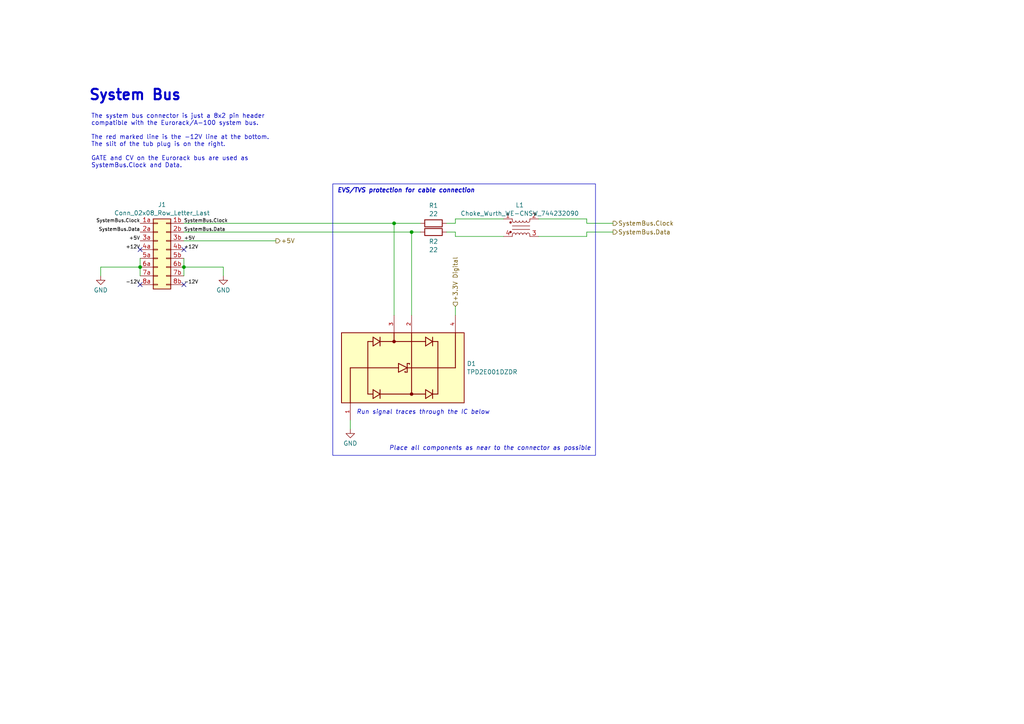
<source format=kicad_sch>
(kicad_sch (version 20250114) (generator "eeschema") (generator_version "9.0")
  (paper "A4")
  (title_block (title "Modular Music Controller – System Bus") (date "2025-11-02") (rev "1") (company "Dennis Schulmeister-Zimolong"))
  (lib_symbols
    (symbol "Connector_Generic:Conn_02x08_Row_Letter_Last" (pin_names (offset 1.016) (hide yes))
      (property "Reference" "J" (at 1.27 10.16 0))
      (property "Value" "Conn_02x08_Row_Letter_Last" (at 1.27 -12.7 0))
      (symbol "Conn_02x08_Row_Letter_Last_1_1"
        (rectangle (start -1.27 8.89) (end 3.81 -11.43) (stroke (width 0.254)) (fill (type background)))
        (rectangle (start -1.27 7.747) (end 0 7.493) (stroke (width 0.1524)))
        (rectangle (start -1.27 5.207) (end 0 4.953) (stroke (width 0.1524)))
        (rectangle (start -1.27 2.667) (end 0 2.413) (stroke (width 0.1524)))
        (rectangle (start -1.27 0.127) (end 0 -0.127) (stroke (width 0.1524)))
        (rectangle (start -1.27 -2.413) (end 0 -2.667) (stroke (width 0.1524)))
        (rectangle (start -1.27 -4.953) (end 0 -5.207) (stroke (width 0.1524)))
        (rectangle (start -1.27 -7.493) (end 0 -7.747) (stroke (width 0.1524)))
        (rectangle (start -1.27 -10.033) (end 0 -10.287) (stroke (width 0.1524)))
        (rectangle (start 3.81 7.747) (end 2.54 7.493) (stroke (width 0.1524)))
        (rectangle (start 3.81 5.207) (end 2.54 4.953) (stroke (width 0.1524)))
        (rectangle (start 3.81 2.667) (end 2.54 2.413) (stroke (width 0.1524)))
        (rectangle (start 3.81 0.127) (end 2.54 -0.127) (stroke (width 0.1524)))
        (rectangle (start 3.81 -2.413) (end 2.54 -2.667) (stroke (width 0.1524)))
        (rectangle (start 3.81 -4.953) (end 2.54 -5.207) (stroke (width 0.1524)))
        (rectangle (start 3.81 -7.493) (end 2.54 -7.747) (stroke (width 0.1524)))
        (rectangle (start 3.81 -10.033) (end 2.54 -10.287) (stroke (width 0.1524)))
        (pin passive line (at -5.08 7.62 0) (length 3.81) (name "Pin_1a") (number "1a"))
        (pin passive line (at -5.08 5.08 0) (length 3.81) (name "Pin_2a") (number "2a"))
        (pin passive line (at -5.08 2.54 0) (length 3.81) (name "Pin_3a") (number "3a"))
        (pin passive line (at -5.08 0 0) (length 3.81) (name "Pin_4a") (number "4a"))
        (pin passive line (at -5.08 -2.54 0) (length 3.81) (name "Pin_5a") (number "5a"))
        (pin passive line (at -5.08 -5.08 0) (length 3.81) (name "Pin_6a") (number "6a"))
        (pin passive line (at -5.08 -7.62 0) (length 3.81) (name "Pin_7a") (number "7a"))
        (pin passive line (at -5.08 -10.16 0) (length 3.81) (name "Pin_8a") (number "8a"))
        (pin passive line (at 7.62 7.62 180) (length 3.81) (name "Pin_1b") (number "1b"))
        (pin passive line (at 7.62 5.08 180) (length 3.81) (name "Pin_2b") (number "2b"))
        (pin passive line (at 7.62 2.54 180) (length 3.81) (name "Pin_3b") (number "3b"))
        (pin passive line (at 7.62 0 180) (length 3.81) (name "Pin_4b") (number "4b"))
        (pin passive line (at 7.62 -2.54 180) (length 3.81) (name "Pin_5b") (number "5b"))
        (pin passive line (at 7.62 -5.08 180) (length 3.81) (name "Pin_6b") (number "6b"))
        (pin passive line (at 7.62 -7.62 180) (length 3.81) (name "Pin_7b") (number "7b"))
        (pin passive line (at 7.62 -10.16 180) (length 3.81) (name "Pin_8b") (number "8b"))
      )
    )
    (symbol "Device:R" (pin_numbers (hide yes)) (pin_names (offset 0))
      (property "Reference" "R" (at 2.032 0 90))
      (property "Value" "R" (at 0 0 90))
      (symbol "R_0_1"
        (rectangle (start -1.016 -2.54) (end 1.016 2.54) (stroke (width 0.254)))
      )
      (symbol "R_1_1"
        (pin passive line (at 0 3.81 270) (length 1.27) (name "~") (number "1"))
        (pin passive line (at 0 -3.81 90) (length 1.27) (name "~") (number "2"))
      )
    )
    (symbol "Filter:Choke_Wurth_WE-CNSW_744232090"
      (property "Reference" "L" (at 0 5.08 0))
      (property "Value" "Choke_Wurth_WE-CNSW_744232090" (at 0 -5.08 0))
      (symbol "Choke_Wurth_WE-CNSW_744232090_1_1"
        (circle (center -3.048 1.524) (radius 0.254) (fill (type outline)))
        (circle (center -3.048 -1.27) (radius 0.254) (fill (type outline)))
        (polyline (pts (xy -2.54 2.032) (xy -2.54 2.54)))
        (polyline (pts (xy -2.54 0.508) (xy 2.54 0.508)))
        (polyline (pts (xy -2.54 -2.032) (xy -2.54 -2.54)))
        (arc (start -1.524 2.032) (mid -2.032 1.5262) (end -2.54 2.032))
        (arc (start -2.54 -2.032) (mid -2.032 -1.5262) (end -1.524 -2.032))
        (arc (start -0.508 2.032) (mid -1.016 1.5262) (end -1.524 2.032))
        (arc (start -1.524 -2.032) (mid -1.016 -1.5262) (end -0.508 -2.032))
        (arc (start 0.508 2.032) (mid 0 1.5262) (end -0.508 2.032))
        (arc (start -0.508 -2.032) (mid 0 -1.5262) (end 0.508 -2.032))
        (arc (start 1.524 2.032) (mid 1.016 1.5262) (end 0.508 2.032))
        (arc (start 0.508 -2.032) (mid 1.016 -1.5262) (end 1.524 -2.032))
        (arc (start 2.54 2.032) (mid 2.032 1.5262) (end 1.524 2.032))
        (arc (start 1.524 -2.032) (mid 2.032 -1.5262) (end 2.54 -2.032))
        (polyline (pts (xy 2.54 2.54) (xy 2.54 2.032)))
        (polyline (pts (xy 2.54 -0.508) (xy -2.54 -0.508)))
        (polyline (pts (xy 2.54 -2.032) (xy 2.54 -2.54)))
        (pin passive line (at -5.08 2.54 0) (length 2.54) (name "") (number "1"))
        (pin passive line (at -5.08 -2.54 0) (length 2.54) (name "") (number "4"))
        (pin passive line (at 5.08 2.54 180) (length 2.54) (name "") (number "2"))
        (pin passive line (at 5.08 -2.54 180) (length 2.54) (name "") (number "3"))
      )
    )
    (symbol "TPD2E001DZDR:TPD2E001DZDR" (pin_names (offset 1.016))
      (property "Reference" "D" (at -10.16 18.288 0))
      (property "Value" "TPD2E001DZDR" (at -10.16 -20.32 0))
      (symbol "TPD2E001DZDR_0_0"
        (rectangle (start -10.16 -17.78) (end 10.16 17.78) (stroke (width 0.254)) (fill (type background)))
        (polyline (pts (xy -8.89 8.636) (xy -7.62 8.636)) (stroke (width 0.254)))
        (polyline (pts (xy -8.89 6.604) (xy -7.62 6.604)) (stroke (width 0.254)))
        (polyline (pts (xy -8.89 -6.604) (xy -7.62 -6.604)) (stroke (width 0.254)))
        (polyline (pts (xy -8.89 -8.636) (xy -7.62 -8.636)) (stroke (width 0.254)))
        (polyline (pts (xy -7.62 10.16) (xy 0 10.16)) (stroke (width 0.254)))
        (polyline (pts (xy -7.62 8.636) (xy -8.89 6.604)) (stroke (width 0.254)))
        (polyline (pts (xy -7.62 8.636) (xy -7.62 10.16)) (stroke (width 0.254)))
        (polyline (pts (xy -7.62 8.636) (xy -6.35 8.636)) (stroke (width 0.254)))
        (polyline (pts (xy -7.62 6.604) (xy -7.62 -2.54)) (stroke (width 0.254)))
        (polyline (pts (xy -7.62 6.604) (xy -6.35 6.604)) (stroke (width 0.254)))
        (circle (center -7.62 -2.54) (radius 0.254) (stroke (width 0.508)))
        (polyline (pts (xy -7.62 -2.54) (xy -10.16 -2.54)) (stroke (width 0.254)))
        (polyline (pts (xy -7.62 -2.54) (xy -7.62 -6.604)) (stroke (width 0.254)))
        (polyline (pts (xy -7.62 -6.604) (xy -8.89 -8.636)) (stroke (width 0.254)))
        (polyline (pts (xy -7.62 -6.604) (xy -6.35 -6.604)) (stroke (width 0.254)))
        (polyline (pts (xy -7.62 -8.636) (xy -6.35 -8.636)) (stroke (width 0.254)))
        (polyline (pts (xy -7.62 -10.16) (xy -7.62 -8.636)) (stroke (width 0.254)))
        (polyline (pts (xy -7.62 -10.16) (xy 0 -10.16)) (stroke (width 0.254)))
        (polyline (pts (xy -6.35 6.604) (xy -7.62 8.636)) (stroke (width 0.254)))
        (polyline (pts (xy -6.35 -8.636) (xy -7.62 -6.604)) (stroke (width 0.254)))
        (polyline (pts (xy -1.27 1.905) (xy -1.27 1.27)) (stroke (width 0.254)))
        (polyline (pts (xy -1.27 1.905) (xy -1.016 1.905)) (stroke (width 0.254)))
        (polyline (pts (xy -1.27 1.27) (xy 0 1.27)) (stroke (width 0.254)))
        (polyline (pts (xy -1.27 -1.27) (xy 0 -1.27)) (stroke (width 0.254)))
        (polyline (pts (xy 0 15.24) (xy -10.16 15.24)) (stroke (width 0.254)))
        (polyline (pts (xy 0 10.16) (xy 0 15.24)) (stroke (width 0.254)))
        (polyline (pts (xy 0 10.16) (xy 7.62 10.16)) (stroke (width 0.254)))
        (polyline (pts (xy 0 1.27) (xy -1.27 -1.27)) (stroke (width 0.254)))
        (polyline (pts (xy 0 1.27) (xy 0 10.16)) (stroke (width 0.254)))
        (polyline (pts (xy 0 1.27) (xy 1.27 1.27)) (stroke (width 0.254)))
        (polyline (pts (xy 0 -1.27) (xy 0 -10.16)) (stroke (width 0.254)))
        (polyline (pts (xy 0 -1.27) (xy 1.27 -1.27)) (stroke (width 0.254)))
        (polyline (pts (xy 0 -10.16) (xy 0 -15.24)) (stroke (width 0.254)))
        (polyline (pts (xy 0 -10.16) (xy 7.62 -10.16)) (stroke (width 0.254)))
        (polyline (pts (xy 0 -15.24) (xy 10.16 -15.24)) (stroke (width 0.254)))
        (polyline (pts (xy 1.016 0.635) (xy 1.27 0.635)) (stroke (width 0.254)))
        (polyline (pts (xy 1.27 1.27) (xy 1.27 0.635)) (stroke (width 0.254)))
        (polyline (pts (xy 1.27 -1.27) (xy 0 1.27)) (stroke (width 0.254)))
        (polyline (pts (xy 6.35 8.636) (xy 7.62 8.636)) (stroke (width 0.254)))
        (polyline (pts (xy 6.35 6.604) (xy 7.62 6.604)) (stroke (width 0.254)))
        (polyline (pts (xy 6.35 -6.604) (xy 7.62 -6.604)) (stroke (width 0.254)))
        (polyline (pts (xy 6.35 -8.636) (xy 7.62 -8.636)) (stroke (width 0.254)))
        (polyline (pts (xy 7.62 8.636) (xy 6.35 6.604)) (stroke (width 0.254)))
        (polyline (pts (xy 7.62 8.636) (xy 7.62 10.16)) (stroke (width 0.254)))
        (polyline (pts (xy 7.62 8.636) (xy 8.89 8.636)) (stroke (width 0.254)))
        (polyline (pts (xy 7.62 6.604) (xy 8.89 6.604)) (stroke (width 0.254)))
        (polyline (pts (xy 7.62 2.54) (xy -10.16 2.54)) (stroke (width 0.254)))
        (polyline (pts (xy 7.62 2.54) (xy 7.62 6.604)) (stroke (width 0.254)))
        (circle (center 7.62 2.54) (radius 0.254) (stroke (width 0.508)))
        (polyline (pts (xy 7.62 -6.604) (xy 6.35 -8.636)) (stroke (width 0.254)))
        (polyline (pts (xy 7.62 -6.604) (xy 7.62 2.54)) (stroke (width 0.254)))
        (polyline (pts (xy 7.62 -6.604) (xy 8.89 -6.604)) (stroke (width 0.254)))
        (polyline (pts (xy 7.62 -8.636) (xy 8.89 -8.636)) (stroke (width 0.254)))
        (polyline (pts (xy 7.62 -10.16) (xy 7.62 -8.636)) (stroke (width 0.254)))
        (polyline (pts (xy 8.89 6.604) (xy 7.62 8.636)) (stroke (width 0.254)))
        (polyline (pts (xy 8.89 -8.636) (xy 7.62 -6.604)) (stroke (width 0.254)))
        (pin power_in line (at -15.24 15.24 0) (length 5.08) (name "~") (number "4"))
        (pin bidirectional line (at -15.24 2.54 0) (length 5.08) (name "~") (number "2"))
        (pin bidirectional line (at -15.24 -2.54 0) (length 5.08) (name "~") (number "3"))
        (pin power_in line (at 15.24 -15.24 180) (length 5.08) (name "~") (number "1"))
      )
    )
    (symbol "power:GND" (power) (pin_numbers (hide yes)) (pin_names (offset 0) (hide yes))
      (property "Value" "GND" (at 0 -3.81 0))
      (symbol "GND_0_1"
        (polyline (pts (xy 0 0) (xy 0 -1.27) (xy 1.27 -1.27) (xy 0 -2.54) (xy -1.27 -1.27) (xy 0 -1.27)))
      )
      (symbol "GND_1_1"
        (pin power_in line (at 0 0 270) (length 0) (name "~") (number "1"))
      )
    )
  )
  (rectangle (start 96.52 53.34) (end 172.72 132.08))
  (text "EVS/TVS protection for cable connection" (at 97.79 54.61 0) (effects (font (size 1.27 1.27) (thickness 0.254) (bold yes) (italic yes)) (justify left top)))
  (text "The system bus connector is just a 8x2 pin header\ncompatible with the Eurorack/A-100 system bus.\n\nThe red marked line is the -12V line at the bottom.\nThe slit of the tub plug is on the right.\n\nGATE and CV on the Eurorack bus are used as\nSystemBus.Clock and Data." (at 26.416 33.02 0) (effects (font (size 1.27 1.27)) (justify left top)))
  (text "System Bus" (at 25.654 25.908 0) (effects (font (size 3 3) (thickness 0.6) (bold yes)) (justify left top)))
  (text "Run signal traces through the IC below" (at 103.378 118.872 0) (effects (font (size 1.27 1.27) (italic yes)) (justify left top)))
  (text "Place all components as near to the connector as possible" (at 171.45 130.81 0) (effects (font (size 1.27 1.27) (thickness 0.1588) (italic yes)) (justify right bottom)))
  (junction (at 119.38 67.31))
  (junction (at 53.34 77.47))
  (junction (at 114.3 64.77))
  (junction (at 40.64 77.47))
  (no_connect (at 40.64 82.55))
  (no_connect (at 53.34 72.39))
  (no_connect (at 53.34 82.55))
  (no_connect (at 40.64 72.39))
  (wire (pts (xy 53.34 67.31) (xy 119.38 67.31)))
  (wire (pts (xy 170.18 63.5) (xy 170.18 64.77)))
  (wire (pts (xy 156.21 63.5) (xy 170.18 63.5)))
  (wire (pts (xy 53.34 77.47) (xy 53.34 80.01)))
  (wire (pts (xy 132.08 68.58) (xy 146.05 68.58)))
  (wire (pts (xy 40.64 77.47) (xy 40.64 80.01)))
  (wire (pts (xy 132.08 67.31) (xy 132.08 68.58)))
  (wire (pts (xy 132.08 63.5) (xy 146.05 63.5)))
  (wire (pts (xy 170.18 68.58) (xy 170.18 67.31)))
  (wire (pts (xy 129.54 64.77) (xy 132.08 64.77)))
  (wire (pts (xy 119.38 67.31) (xy 121.92 67.31)))
  (wire (pts (xy 129.54 67.31) (xy 132.08 67.31)))
  (wire (pts (xy 132.08 64.77) (xy 132.08 63.5)))
  (wire (pts (xy 114.3 64.77) (xy 121.92 64.77)))
  (wire (pts (xy 64.77 80.01) (xy 64.77 77.47)))
  (wire (pts (xy 40.64 74.93) (xy 40.64 77.47)))
  (wire (pts (xy 29.21 80.01) (xy 29.21 77.47)))
  (wire (pts (xy 156.21 68.58) (xy 170.18 68.58)))
  (wire (pts (xy 170.18 67.31) (xy 177.8 67.31)))
  (wire (pts (xy 170.18 64.77) (xy 177.8 64.77)))
  (wire (pts (xy 53.34 69.85) (xy 80.01 69.85)))
  (wire (pts (xy 132.08 88.9) (xy 132.08 91.44)))
  (wire (pts (xy 53.34 64.77) (xy 114.3 64.77)))
  (wire (pts (xy 64.77 77.47) (xy 53.34 77.47)))
  (wire (pts (xy 119.38 67.31) (xy 119.38 91.44)))
  (wire (pts (xy 29.21 77.47) (xy 40.64 77.47)))
  (wire (pts (xy 101.6 121.92) (xy 101.6 124.46)))
  (wire (pts (xy 53.34 74.93) (xy 53.34 77.47)))
  (wire (pts (xy 114.3 64.77) (xy 114.3 91.44)))
  (label "+5V" (at 40.64 69.85 180) (effects (font (size 1 1))))
  (label "SystemBus.Clock" (at 53.34 64.77 0) (effects (font (size 1 1))))
  (label "-12V" (at 40.64 82.55 180) (effects (font (size 1 1))))
  (label "SystemBus.Clock" (at 40.64 64.77 180) (effects (font (size 1 1))))
  (label "SystemBus.Data" (at 40.64 67.31 180) (effects (font (size 1 1))))
  (label "+5V" (at 53.34 69.85 0) (effects (font (size 1 1))))
  (label "-12V" (at 53.34 82.55 0) (effects (font (size 1 1))))
  (label "+12V" (at 53.34 72.39 0) (effects (font (size 1 1))))
  (label "+12V" (at 40.64 72.39 180) (effects (font (size 1 1))))
  (label "SystemBus.Data" (at 53.34 67.31 0) (effects (font (size 1 1))))
  (hierarchical_label "SystemBus.Clock" (shape output) (at 177.8 64.77 0))
  (hierarchical_label "SystemBus.Data" (shape output) (at 177.8 67.31 0))
  (hierarchical_label "+5V" (shape output) (at 80.01 69.85 0))
  (hierarchical_label "+3.3V Digital" (shape input) (at 132.08 88.9 90))
  (symbol (lib_id "Connector_Generic:Conn_02x08_Row_Letter_Last") (at 45.72 72.39 0) (unit 1)
    (property "Reference" "J1" (at 46.99 59.3555 0))
    (property "Value" "Conn_02x08_Row_Letter_Last" (at 46.99 61.7798 0))
  )
  (symbol (lib_id "power:GND") (at 64.77 80.01 0) (unit 1)
    (property "Reference" "#PWR02" (effects (hide yes)))
    (property "Value" "GND" (at 64.77 84.1431 0))
    (property "Description" "Power symbol creates a global label with name \"GND\" , ground" (effects (hide yes)))
  )
  (symbol (lib_id "power:GND") (at 101.6 124.46 0) (unit 1)
    (property "Reference" "#PWR03" (effects (hide yes)))
    (property "Value" "GND" (at 101.6 128.5931 0))
    (property "Description" "Power symbol creates a global label with name \"GND\" , ground" (effects (hide yes)))
  )
  (symbol (lib_id "Device:R") (at 125.73 67.31 90) (unit 1)
    (property "Reference" "R2" (at 125.73 70.0461 90))
    (property "Value" "22" (at 125.73 72.4704 90))
    (property "Description" "Resistor" (effects (hide yes)))
  )
  (symbol (lib_id "Device:R") (at 125.73 64.77 90) (unit 1)
    (property "Reference" "R1" (at 125.73 59.6095 90))
    (property "Value" "22" (at 125.73 62.0338 90))
    (property "Description" "Resistor" (effects (hide yes)))
  )
  (symbol (lib_id "TPD2E001DZDR:TPD2E001DZDR") (at 116.84 106.68 270) (unit 1)
    (property "Reference" "D1" (at 135.382 105.4678 90) (effects (justify left)))
    (property "Value" "TPD2E001DZDR" (at 135.382 107.8921 90) (effects (justify left)))
    (property "Footprint" "TPD2E001DZDR:SOT192P237X122-4N" (effects (hide yes)))
    (property "Description" "TPD2E001 SOP23 package" (effects (hide yes)))
    (property "MF" "Texas Instruments" (effects (hide yes)))
    (property "SNAPEDA_PACKAGE_ID" "103529" (effects (hide yes)))
    (property "Package" "SOT-23-4 Texas Instruments" (effects (hide yes)))
    (property "Price" "None" (effects (hide yes)))
    (property "Check_prices" "https://www.snapeda.com/parts/TPD2E001DZDR/Texas+Instruments/view-part/?ref=eda" (effects (hide yes)))
    (property "STANDARD" "IPC-7351B" (effects (hide yes)))
    (property "PARTREV" "I" (effects (hide yes)))
    (property "SnapEDA_Link" "https://www.snapeda.com/parts/TPD2E001DZDR/Texas+Instruments/view-part/?ref=snap" (effects (hide yes)))
    (property "MP" "TPD2E001DZDR" (effects (hide yes)))
    (property "Description_1" "Dual 1.5-pF, 5.5-V,  ±8-kV ESD protection diode with  1-nA max leakage & VCC pin for USB 2.0" (effects (hide yes)))
    (property "MANUFACTURER" "Texas Instruments" (effects (hide yes)))
    (property "Availability" "In Stock" (effects (hide yes)))
    (property "MAXIMUM_PACKAGE_HEIGHT" "1.22mm" (effects (hide yes)))
  )
  (symbol (lib_id "power:GND") (at 29.21 80.01 0) (unit 1)
    (property "Reference" "#PWR01" (effects (hide yes)))
    (property "Value" "GND" (at 29.21 84.1431 0))
    (property "Description" "Power symbol creates a global label with name \"GND\" , ground" (effects (hide yes)))
  )
  (symbol (lib_id "Filter:Choke_Wurth_WE-CNSW_744232090") (at 151.13 66.04 0) (unit 1)
    (property "Reference" "L1" (at 150.749 59.4825 0))
    (property "Value" "Choke_Wurth_WE-CNSW_744232090" (at 150.749 61.9068 0))
    (property "Footprint" "Inductor_SMD:L_CommonMode_Wurth_WE-CNSW-1206" (effects (hide yes)))
    (property "Datasheet" "https://www.we-online.com/components/products/datasheet/744232090.pdf" (effects (hide yes)))
    (property "Description" "Common mode choke, 370 mA, 125VDC, USB2.0, 111 nH" (effects (hide yes)))
  )
)
</source>
